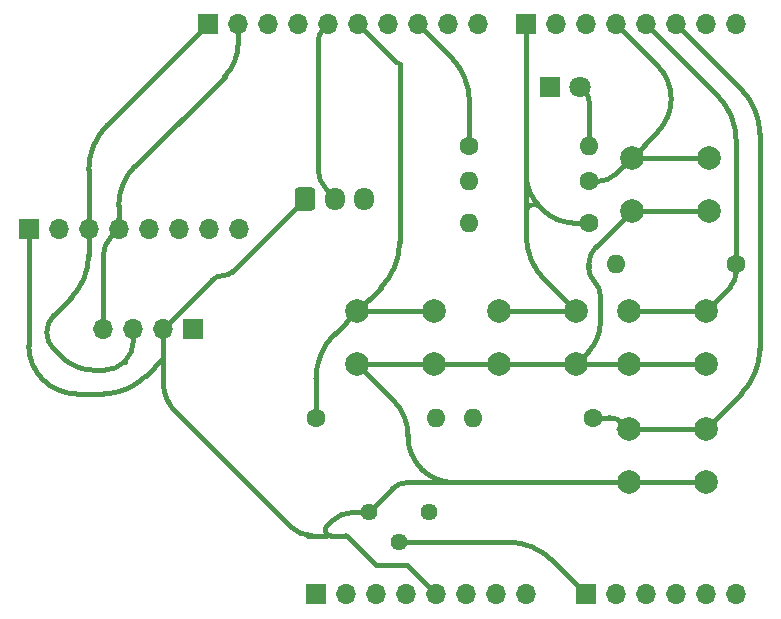
<source format=gbr>
%TF.GenerationSoftware,KiCad,Pcbnew,8.0.8*%
%TF.CreationDate,2025-02-03T19:45:29-07:00*%
%TF.ProjectId,Uno_Shield_ThermoPro,556e6f5f-5368-4696-956c-645f54686572,rev?*%
%TF.SameCoordinates,Original*%
%TF.FileFunction,Copper,L1,Top*%
%TF.FilePolarity,Positive*%
%FSLAX46Y46*%
G04 Gerber Fmt 4.6, Leading zero omitted, Abs format (unit mm)*
G04 Created by KiCad (PCBNEW 8.0.8) date 2025-02-03 19:45:29*
%MOMM*%
%LPD*%
G01*
G04 APERTURE LIST*
G04 Aperture macros list*
%AMRoundRect*
0 Rectangle with rounded corners*
0 $1 Rounding radius*
0 $2 $3 $4 $5 $6 $7 $8 $9 X,Y pos of 4 corners*
0 Add a 4 corners polygon primitive as box body*
4,1,4,$2,$3,$4,$5,$6,$7,$8,$9,$2,$3,0*
0 Add four circle primitives for the rounded corners*
1,1,$1+$1,$2,$3*
1,1,$1+$1,$4,$5*
1,1,$1+$1,$6,$7*
1,1,$1+$1,$8,$9*
0 Add four rect primitives between the rounded corners*
20,1,$1+$1,$2,$3,$4,$5,0*
20,1,$1+$1,$4,$5,$6,$7,0*
20,1,$1+$1,$6,$7,$8,$9,0*
20,1,$1+$1,$8,$9,$2,$3,0*%
G04 Aperture macros list end*
%TA.AperFunction,ComponentPad*%
%ADD10R,1.700000X1.700000*%
%TD*%
%TA.AperFunction,ComponentPad*%
%ADD11O,1.700000X1.700000*%
%TD*%
%TA.AperFunction,ComponentPad*%
%ADD12C,2.000000*%
%TD*%
%TA.AperFunction,ComponentPad*%
%ADD13C,1.440000*%
%TD*%
%TA.AperFunction,ComponentPad*%
%ADD14RoundRect,0.250000X-0.600000X-0.725000X0.600000X-0.725000X0.600000X0.725000X-0.600000X0.725000X0*%
%TD*%
%TA.AperFunction,ComponentPad*%
%ADD15O,1.700000X1.950000*%
%TD*%
%TA.AperFunction,ComponentPad*%
%ADD16R,1.800000X1.800000*%
%TD*%
%TA.AperFunction,ComponentPad*%
%ADD17C,1.800000*%
%TD*%
%TA.AperFunction,ComponentPad*%
%ADD18C,1.600000*%
%TD*%
%TA.AperFunction,ComponentPad*%
%ADD19O,1.600000X1.600000*%
%TD*%
%TA.AperFunction,Conductor*%
%ADD20C,0.400000*%
%TD*%
%TA.AperFunction,Conductor*%
%ADD21C,0.250000*%
%TD*%
G04 APERTURE END LIST*
D10*
%TO.P,J1,1,Pin_1*%
%TO.N,unconnected-(J1-Pin_1-Pad1)*%
X127940000Y-97460000D03*
D11*
%TO.P,J1,2,Pin_2*%
%TO.N,/IOREF*%
X130480000Y-97460000D03*
%TO.P,J1,3,Pin_3*%
%TO.N,/~{RESET}*%
X133020000Y-97460000D03*
%TO.P,J1,4,Pin_4*%
%TO.N,+3V3*%
X135560000Y-97460000D03*
%TO.P,J1,5,Pin_5*%
%TO.N,+5V*%
X138100000Y-97460000D03*
%TO.P,J1,6,Pin_6*%
%TO.N,GND*%
X140640000Y-97460000D03*
%TO.P,J1,7,Pin_7*%
X143180000Y-97460000D03*
%TO.P,J1,8,Pin_8*%
%TO.N,VCC*%
X145720000Y-97460000D03*
%TD*%
D10*
%TO.P,J3,1,Pin_1*%
%TO.N,/TEMP_SENSOR*%
X150800000Y-97460000D03*
D11*
%TO.P,J3,2,Pin_2*%
%TO.N,/A1*%
X153340000Y-97460000D03*
%TO.P,J3,3,Pin_3*%
%TO.N,/A2*%
X155880000Y-97460000D03*
%TO.P,J3,4,Pin_4*%
%TO.N,/A3*%
X158420000Y-97460000D03*
%TO.P,J3,5,Pin_5*%
%TO.N,/SDA{slash}A4*%
X160960000Y-97460000D03*
%TO.P,J3,6,Pin_6*%
%TO.N,/SCL{slash}A5*%
X163500000Y-97460000D03*
%TD*%
D10*
%TO.P,J2,1,Pin_1*%
%TO.N,/I2C_SCL*%
X118796000Y-49200000D03*
D11*
%TO.P,J2,2,Pin_2*%
%TO.N,/I2C_SDA*%
X121336000Y-49200000D03*
%TO.P,J2,3,Pin_3*%
%TO.N,/AREF*%
X123876000Y-49200000D03*
%TO.P,J2,4,Pin_4*%
%TO.N,GND*%
X126416000Y-49200000D03*
%TO.P,J2,5,Pin_5*%
%TO.N,/TEMP_DIGITAL*%
X128956000Y-49200000D03*
%TO.P,J2,6,Pin_6*%
%TO.N,/BUTTON_LOCK*%
X131496000Y-49200000D03*
%TO.P,J2,7,Pin_7*%
%TO.N,/\u002A11*%
X134036000Y-49200000D03*
%TO.P,J2,8,Pin_8*%
%TO.N,/LED_LIGHT*%
X136576000Y-49200000D03*
%TO.P,J2,9,Pin_9*%
%TO.N,/\u002A9*%
X139116000Y-49200000D03*
%TO.P,J2,10,Pin_10*%
%TO.N,/8*%
X141656000Y-49200000D03*
%TD*%
D10*
%TO.P,J4,1,Pin_1*%
%TO.N,/BUTTON_CAL*%
X145720000Y-49200000D03*
D11*
%TO.P,J4,2,Pin_2*%
%TO.N,/\u002A6*%
X148260000Y-49200000D03*
%TO.P,J4,3,Pin_3*%
%TO.N,/\u002A5*%
X150800000Y-49200000D03*
%TO.P,J4,4,Pin_4*%
%TO.N,/BUTTON_ON{slash}OFF*%
X153340000Y-49200000D03*
%TO.P,J4,5,Pin_5*%
%TO.N,/BUTTON_LIGHT*%
X155880000Y-49200000D03*
%TO.P,J4,6,Pin_6*%
%TO.N,/BUTTON_UNIT*%
X158420000Y-49200000D03*
%TO.P,J4,7,Pin_7*%
%TO.N,/TX{slash}1*%
X160960000Y-49200000D03*
%TO.P,J4,8,Pin_8*%
%TO.N,/RX{slash}0*%
X163500000Y-49200000D03*
%TD*%
D12*
%TO.P,SW2,1,A*%
%TO.N,/BUTTON_LIGHT*%
X154420000Y-73500000D03*
X160920000Y-73500000D03*
%TO.P,SW2,2,B*%
%TO.N,+5V*%
X154420000Y-78000000D03*
X160920000Y-78000000D03*
%TD*%
%TO.P,SW4,1,A*%
%TO.N,/BUTTON_CAL*%
X143420000Y-73500000D03*
X149920000Y-73500000D03*
%TO.P,SW4,2,B*%
%TO.N,+5V*%
X143420000Y-78000000D03*
X149920000Y-78000000D03*
%TD*%
D13*
%TO.P,RV1,1,1*%
%TO.N,+5V*%
X132420000Y-90500000D03*
%TO.P,RV1,2,2*%
%TO.N,/TEMP_SENSOR*%
X134960000Y-93040000D03*
%TO.P,RV1,3,3*%
%TO.N,GND*%
X137500000Y-90500000D03*
%TD*%
D12*
%TO.P,SW5,1,A*%
%TO.N,/BUTTON_LOCK*%
X131420000Y-73500000D03*
X137920000Y-73500000D03*
%TO.P,SW5,2,B*%
%TO.N,+5V*%
X131420000Y-78000000D03*
X137920000Y-78000000D03*
%TD*%
D14*
%TO.P,J7,1,Pin_1*%
%TO.N,+5V*%
X127000000Y-64000000D03*
D15*
%TO.P,J7,2,Pin_2*%
%TO.N,/TEMP_DIGITAL*%
X129500000Y-64000000D03*
%TO.P,J7,3,Pin_3*%
%TO.N,GND*%
X132000000Y-64000000D03*
%TD*%
D16*
%TO.P,D1,1,K*%
%TO.N,GND*%
X147725000Y-54500000D03*
D17*
%TO.P,D1,2,A*%
%TO.N,Net-(D1-A)*%
X150265000Y-54500000D03*
%TD*%
D18*
%TO.P,R1,1*%
%TO.N,/LED_LIGHT*%
X140920000Y-59500000D03*
D19*
%TO.P,R1,2*%
%TO.N,Net-(D1-A)*%
X151080000Y-59500000D03*
%TD*%
D10*
%TO.P,J6,1,Pin_1*%
%TO.N,GND*%
X117540000Y-75000000D03*
D11*
%TO.P,J6,2,Pin_2*%
%TO.N,+5V*%
X115000000Y-75000000D03*
%TO.P,J6,3,Pin_3*%
%TO.N,/I2C_SCL*%
X112460000Y-75000000D03*
%TO.P,J6,4,Pin_4*%
%TO.N,/I2C_SDA*%
X109920000Y-75000000D03*
%TD*%
D18*
%TO.P,R4,1*%
%TO.N,/BUTTON_UNIT*%
X151420000Y-82500000D03*
D19*
%TO.P,R4,2*%
%TO.N,GND*%
X141260000Y-82500000D03*
%TD*%
D18*
%TO.P,R3,1*%
%TO.N,/BUTTON_LIGHT*%
X163500000Y-69500000D03*
D19*
%TO.P,R3,2*%
%TO.N,GND*%
X153340000Y-69500000D03*
%TD*%
D18*
%TO.P,R2,1*%
%TO.N,/BUTTON_ON{slash}OFF*%
X151000000Y-62500000D03*
D19*
%TO.P,R2,2*%
%TO.N,GND*%
X140840000Y-62500000D03*
%TD*%
D18*
%TO.P,R6,1*%
%TO.N,/BUTTON_LOCK*%
X127920000Y-82500000D03*
D19*
%TO.P,R6,2*%
%TO.N,GND*%
X138080000Y-82500000D03*
%TD*%
D12*
%TO.P,SW1,1,A*%
%TO.N,/BUTTON_ON{slash}OFF*%
X154670000Y-60500000D03*
X161170000Y-60500000D03*
%TO.P,SW1,2,B*%
%TO.N,+5V*%
X154670000Y-65000000D03*
X161170000Y-65000000D03*
%TD*%
D18*
%TO.P,R5,1*%
%TO.N,/BUTTON_CAL*%
X151080000Y-66000000D03*
D19*
%TO.P,R5,2*%
%TO.N,GND*%
X140920000Y-66000000D03*
%TD*%
D12*
%TO.P,SW3,1,A*%
%TO.N,/BUTTON_UNIT*%
X154420000Y-83500000D03*
X160920000Y-83500000D03*
%TO.P,SW3,2,B*%
%TO.N,+5V*%
X154420000Y-88000000D03*
X160920000Y-88000000D03*
%TD*%
D10*
%TO.P,J5,1,Pin_1*%
%TO.N,+5V*%
X103595000Y-66570238D03*
D11*
%TO.P,J5,2,Pin_2*%
%TO.N,GND*%
X106135000Y-66570238D03*
%TO.P,J5,3,Pin_3*%
%TO.N,/I2C_SCL*%
X108675000Y-66570238D03*
%TO.P,J5,4,Pin_4*%
%TO.N,/I2C_SDA*%
X111215000Y-66570238D03*
%TO.P,J5,5,Pin_5*%
%TO.N,unconnected-(J5-Pin_5-Pad5)*%
X113755000Y-66570238D03*
%TO.P,J5,6,Pin_6*%
%TO.N,unconnected-(J5-Pin_6-Pad6)*%
X116295000Y-66570238D03*
%TO.P,J5,7,Pin_7*%
%TO.N,unconnected-(J5-Pin_7-Pad7)*%
X118835000Y-66570238D03*
%TO.P,J5,8,Pin_8*%
%TO.N,unconnected-(J5-Pin_8-Pad8)*%
X121375000Y-66570238D03*
%TD*%
D20*
%TO.N,+5V*%
X135640000Y-95000000D02*
X134756114Y-95000000D01*
X138100000Y-97460000D02*
X135640000Y-95000000D01*
D21*
X138100000Y-97100000D02*
X138000000Y-97000000D01*
X138100000Y-97460000D02*
X138100000Y-97100000D01*
D20*
X133000000Y-95000000D02*
X130546416Y-92546416D01*
X130546416Y-92546416D02*
X130481419Y-92546416D01*
X134756114Y-95000000D02*
X133000000Y-95000000D01*
%TO.N,/TEMP_SENSOR*%
X144126033Y-93040003D02*
G75*
G02*
X147973783Y-94633803I-33J-5441597D01*
G01*
%TO.N,/BUTTON_LOCK*%
X134723884Y-52427863D02*
G75*
G03*
X134898003Y-52499970I174116J174163D01*
G01*
X129513774Y-75406206D02*
G75*
G03*
X127919987Y-79253951I3847626J-3847694D01*
G01*
X134999986Y-67666028D02*
G75*
G02*
X133406185Y-71513780I-5441586J28D01*
G01*
X134898003Y-52499992D02*
G75*
G02*
X135000008Y-52601996I-3J-102008D01*
G01*
X131534000Y-49237997D02*
G75*
G03*
X131457999Y-49237997I-38000J-38003D01*
G01*
%TO.N,/BUTTON_CAL*%
X147208835Y-64988841D02*
G75*
G03*
X149649998Y-66000012I2441165J2441141D01*
G01*
X146865442Y-64645447D02*
G75*
G03*
X145720030Y-65119906I-474442J-474453D01*
G01*
X145719995Y-61880085D02*
G75*
G03*
X146865438Y-64645451I3910805J-15D01*
G01*
X149710001Y-73499980D02*
G75*
G03*
X149771504Y-73351496I-1J86980D01*
G01*
X149919996Y-73289990D02*
G75*
G02*
X149710001Y-73499996I-209996J-10D01*
G01*
X149771506Y-73351494D02*
G75*
G03*
X149919966Y-73289990I61494J61494D01*
G01*
X145720007Y-67046027D02*
G75*
G03*
X147313809Y-70893784I5441593J27D01*
G01*
X145720000Y-65119906D02*
X145719995Y-61880085D01*
%TO.N,/BUTTON_UNIT*%
X153920000Y-82999997D02*
G75*
G03*
X152712892Y-82500001I-1207100J-1207103D01*
G01*
X165499985Y-76666028D02*
G75*
G02*
X163906184Y-80513779I-5441585J28D01*
G01*
X163906202Y-54686208D02*
G75*
G02*
X165500007Y-58533965I-3847802J-3847792D01*
G01*
D21*
X154169999Y-83499997D02*
G75*
G03*
X154243274Y-83323166I1J103597D01*
G01*
D20*
X154420000Y-83749998D02*
G75*
G03*
X154169999Y-83500000I-250000J-2D01*
G01*
X154670003Y-83499996D02*
G75*
G03*
X154419996Y-83749998I-3J-250004D01*
G01*
X154243222Y-83323218D02*
G75*
G03*
X154670003Y-83499984I426778J426818D01*
G01*
%TO.N,/BUTTON_LIGHT*%
X154420000Y-73460000D02*
G75*
G03*
X154460000Y-73500000I40000J0D01*
G01*
X161906202Y-55226208D02*
G75*
G02*
X163500007Y-59073965I-3847802J-3847792D01*
G01*
X163500000Y-70209999D02*
G75*
G02*
X162997957Y-71422047I-1714100J-1D01*
G01*
X163499999Y-68790000D02*
X163500000Y-70209999D01*
%TO.N,/BUTTON_ON{slash}OFF*%
X158000003Y-55514998D02*
G75*
G02*
X156829735Y-58340259I-3995503J-2D01*
G01*
X156829742Y-52689735D02*
G75*
G02*
X158000012Y-55514998I-2825242J-2825265D01*
G01*
X153260382Y-61909608D02*
G75*
G02*
X151835066Y-62500013I-1425382J1425408D01*
G01*
X151176845Y-62500050D02*
G75*
G03*
X151125003Y-62625095I-45J-73250D01*
G01*
%TO.N,/LED_LIGHT*%
X136414639Y-49361384D02*
G75*
G03*
X136321572Y-49586119I224761J-224716D01*
G01*
X136703233Y-49327233D02*
X136703233Y-49327233D01*
X136703222Y-49327255D02*
G75*
G03*
X136448777Y-49327256I-127222J-127245D01*
G01*
X139326197Y-51950214D02*
G75*
G02*
X140920028Y-55797964I-3847697J-3847786D01*
G01*
%TO.N,/TEMP_DIGITAL*%
X128531000Y-49625000D02*
G75*
G03*
X128106017Y-50651040I1026000J-1026000D01*
G01*
X128105998Y-61495294D02*
G75*
G03*
X128802995Y-63178002I2379702J-6D01*
G01*
X129455802Y-63830807D02*
G75*
G02*
X129499993Y-63937500I-106702J-106693D01*
G01*
%TO.N,Net-(D1-A)*%
X150672499Y-54907500D02*
G75*
G02*
X151080003Y-55891291I-983799J-983800D01*
G01*
%TO.N,/I2C_SDA*%
X121335996Y-50836115D02*
G75*
G02*
X120179092Y-53629145I-3949996J15D01*
G01*
X112621097Y-61187157D02*
G75*
G03*
X111214978Y-64581739I3394603J-3394643D01*
G01*
X111215004Y-65654537D02*
G75*
G02*
X110567487Y-67217721I-2210704J37D01*
G01*
X110567506Y-67217740D02*
G75*
G03*
X109920034Y-68780943I1563194J-1563160D01*
G01*
%TO.N,/I2C_SCL*%
X108675000Y-68729706D02*
G75*
G02*
X107148018Y-72416143I-5213400J6D01*
G01*
X111729999Y-77769999D02*
G75*
G02*
X109967622Y-78500009I-1762399J1762399D01*
G01*
X105716966Y-73847208D02*
G75*
G03*
X105122627Y-75282090I1434934J-1434892D01*
G01*
X112460000Y-76019999D02*
G75*
G02*
X111738752Y-77761248I-2462500J-1D01*
G01*
X106311295Y-77311323D02*
G75*
G03*
X109181061Y-78499988I2869705J2869723D01*
G01*
X105122610Y-75282090D02*
G75*
G03*
X105716956Y-76716964I2029190J-10D01*
G01*
X110268769Y-57727200D02*
G75*
G03*
X108675009Y-61574952I3847731J-3847700D01*
G01*
%TO.N,+5V*%
X115000011Y-79499996D02*
G75*
G03*
X116060672Y-82060649I3621289J-4D01*
G01*
X115000000Y-77499993D02*
X115000001Y-77499993D01*
X115000001Y-77499993D01*
X115000002Y-77499993D01*
X115000002Y-77499993D01*
X115000003Y-77499994D01*
X115000004Y-77499994D01*
X115000004Y-77499994D01*
X115000004Y-77499995D01*
X115000005Y-77499995D01*
X115000005Y-77499996D01*
X115000006Y-77499996D01*
X115000006Y-77499997D01*
X115000006Y-77499997D01*
X115000007Y-77499998D01*
X115000007Y-77499998D01*
X115000007Y-77499999D01*
X115000007Y-77499999D01*
X115000007Y-77500000D01*
X115000007Y-77500001D01*
X115000007Y-77500001D01*
X115000007Y-77500002D01*
X115000007Y-77500002D01*
X115000006Y-77500003D01*
X115000006Y-77500004D01*
X115000006Y-77500004D01*
X115000005Y-77500004D01*
X115000005Y-77500005D01*
X115000004Y-77500005D01*
X115000004Y-77500006D01*
X151499998Y-71000000D02*
G75*
G02*
X151999996Y-72207106I-1207098J-1207100D01*
G01*
X131210000Y-90500000D02*
G75*
G03*
X129144422Y-91355619I0J-2921100D01*
G01*
X128868639Y-91631387D02*
G75*
G03*
X129228374Y-92510860I364261J-364313D01*
G01*
X141500000Y-88000000D02*
X141500000Y-88000000D01*
X135710006Y-84090723D02*
G75*
G03*
X136855012Y-86854989I3909294J23D01*
G01*
X104797500Y-79297500D02*
G75*
G03*
X107700591Y-80500003I2903100J2903100D01*
G01*
X130481419Y-92546416D02*
G75*
G03*
X130421665Y-92521341I-60519J-60484D01*
G01*
D21*
X130462084Y-92487082D02*
G75*
G03*
X130481440Y-92546395I68016J-10618D01*
G01*
D20*
X130421665Y-92521355D02*
G75*
G03*
X130462067Y-92487079I335J40555D01*
G01*
X125704511Y-91704494D02*
G75*
G03*
X127625002Y-92499985I1920489J1920494D01*
G01*
X103595000Y-76394408D02*
G75*
G03*
X104797502Y-79297498I4105600J8D01*
G01*
X150999998Y-69792894D02*
G75*
G03*
X151499996Y-71000002I1707102J-6D01*
G01*
X130459374Y-92524374D02*
G75*
G03*
X130467438Y-92521009I3326J3374D01*
G01*
X134500850Y-81080849D02*
G75*
G02*
X135710002Y-83999997I-2919150J-2919151D01*
G01*
X141460000Y-88000000D02*
X141460000Y-88000000D01*
X141460000Y-88000000D02*
X141460000Y-88000000D01*
X141460000Y-88000000D02*
X141460000Y-88000000D01*
X136911056Y-86911046D02*
G75*
G03*
X139540005Y-87999990I2628944J2628946D01*
G01*
X151647001Y-68022997D02*
G75*
G03*
X150999997Y-69585000I1561999J-1562003D01*
G01*
X113499996Y-78999996D02*
G75*
G02*
X109878667Y-80499986I-3621296J3621296D01*
G01*
X151999994Y-74449215D02*
G75*
G02*
X150959990Y-76959992I-3550794J15D01*
G01*
X120000000Y-70500000D02*
G75*
G03*
X120853552Y-70146446I0J1207100D01*
G01*
X114999996Y-77499997D02*
X115000000Y-77499993D01*
X115000008Y-77500006D02*
X114999996Y-77499997D01*
X115000000Y-77499993D02*
X115000000Y-77499987D01*
X135673064Y-87999985D02*
G75*
G03*
X134387522Y-88532517I36J-1818015D01*
G01*
X120000000Y-70500000D02*
G75*
G03*
X119146448Y-70853555I0J-1207100D01*
G01*
X141500000Y-88000000D02*
X141580000Y-88000000D01*
X141580000Y-88000000D02*
X141500000Y-88000000D01*
X134387496Y-88532491D02*
X133322497Y-89597502D01*
X115000008Y-77750000D02*
X115000008Y-78249999D01*
X152840000Y-78000000D02*
X152420000Y-78000000D01*
X141460000Y-88000000D02*
X141460000Y-88000000D01*
X141460000Y-88000000D02*
X141460000Y-88000000D01*
X139540005Y-87999998D02*
X136459996Y-87999989D01*
X115000000Y-77499987D02*
X115000008Y-77500006D01*
X152000000Y-78000000D02*
X151580000Y-78000000D01*
X152420000Y-78000000D02*
X152000000Y-78000000D01*
X103595000Y-76394408D02*
X103595000Y-66570238D01*
X107700591Y-80500000D02*
X109878667Y-80500000D01*
X113499996Y-78999996D02*
X114999996Y-77499997D01*
X115000000Y-75000000D02*
X115000000Y-77499987D01*
X115000008Y-77500011D02*
X115000008Y-77750000D01*
X115000011Y-79499996D02*
X115000008Y-78249999D01*
%TO.N,/I2C_SCL*%
X106311295Y-77311323D02*
X105716947Y-76716973D01*
%TO.N,+5V*%
X127250000Y-92500000D02*
X128000000Y-92500000D01*
X130467499Y-92521009D02*
X130467500Y-92509519D01*
X130459374Y-92524374D02*
X130451250Y-92516250D01*
%TO.N,/I2C_SCL*%
X107148024Y-72416149D02*
X105716966Y-73847208D01*
X108675000Y-68729706D02*
X108675000Y-66570238D01*
%TO.N,+5V*%
X141500000Y-88000000D02*
X141460000Y-88000000D01*
X141500000Y-88000000D02*
X141460000Y-88000000D01*
X127625002Y-92499994D02*
X128750000Y-92500000D01*
X154420000Y-78000000D02*
X160920000Y-78000000D01*
X137920000Y-78000000D02*
X143420000Y-78000000D01*
X154420000Y-88000000D02*
X160920000Y-88000000D01*
D21*
X130462084Y-92487082D02*
X130467500Y-92452500D01*
D20*
X149920000Y-78000000D02*
X150959996Y-76959998D01*
X154420000Y-88000000D02*
X141580000Y-88000000D01*
X120853553Y-70146447D02*
X127000000Y-64000000D01*
X154420000Y-78000000D02*
X152840000Y-78000000D01*
X131420000Y-78000000D02*
X134500850Y-81080849D01*
X149920000Y-78000000D02*
X143420000Y-78000000D01*
X154670000Y-65000000D02*
X161170000Y-65000000D01*
X133322497Y-89597502D02*
X132420000Y-90500000D01*
X131420000Y-78000000D02*
X137920000Y-78000000D01*
X154670000Y-65000000D02*
X151647001Y-68022997D01*
X129228374Y-92510815D02*
X130421665Y-92521355D01*
X150999998Y-69792894D02*
X150999998Y-69585000D01*
X151999997Y-72207106D02*
X151999994Y-74449215D01*
X141460000Y-88000000D02*
X139540005Y-87999998D01*
X115000000Y-75000000D02*
X119146446Y-70853553D01*
X131210000Y-90500000D02*
X132420000Y-90500000D01*
X135710006Y-84090723D02*
X135710006Y-83999997D01*
X149920000Y-78000000D02*
X151580000Y-78000000D01*
X116060672Y-82060649D02*
X125704511Y-91704494D01*
X129144411Y-91355608D02*
X128868639Y-91631387D01*
X136459996Y-87999989D02*
X135673064Y-87999985D01*
X136855006Y-86854995D02*
X136911056Y-86911046D01*
X141460000Y-88000000D02*
X141420000Y-88000000D01*
%TO.N,/I2C_SCL*%
X108675000Y-66570238D02*
X108674982Y-61574952D01*
X111729999Y-77769999D02*
X111738751Y-77761247D01*
X110268769Y-57727200D02*
X118796000Y-49200000D01*
X112460000Y-76019999D02*
X112460000Y-75000000D01*
X109967622Y-78500006D02*
X109181061Y-78500011D01*
%TO.N,/I2C_SDA*%
X121335996Y-50836115D02*
X121336000Y-49200000D01*
X109920010Y-68780943D02*
X109920000Y-75000000D01*
X111215009Y-64581739D02*
X111215004Y-65654537D01*
X120179087Y-53629140D02*
X112621097Y-61187157D01*
%TO.N,unconnected-(J5-Pin_8-Pad8)*%
X121250000Y-66750000D02*
X121375000Y-66625000D01*
%TO.N,Net-(D1-A)*%
X151079999Y-55891291D02*
X151080000Y-59500000D01*
X150672499Y-54907500D02*
X150265000Y-54500000D01*
%TO.N,/TEMP_DIGITAL*%
X128106000Y-50651040D02*
X128105998Y-61495294D01*
X129499998Y-63937500D02*
X129500000Y-64000000D01*
X128531000Y-49625000D02*
X128956000Y-49200000D01*
X128802996Y-63178001D02*
X129455802Y-63830807D01*
%TO.N,/LED_LIGHT*%
X136414639Y-49361384D02*
X136448774Y-49327252D01*
X136703222Y-49327255D02*
X139326197Y-51950214D01*
D21*
X136703233Y-49327233D02*
X137080000Y-49704000D01*
D20*
X140919996Y-55797964D02*
X140920000Y-59500000D01*
X136321541Y-49586119D02*
X136321534Y-49717767D01*
%TO.N,/BUTTON_ON{slash}OFF*%
X156829742Y-52689735D02*
X153340000Y-49200000D01*
X156829737Y-58340261D02*
X154670000Y-60500000D01*
D21*
X151125069Y-62625029D02*
X151250000Y-62750000D01*
D20*
X154670000Y-60500000D02*
X153260382Y-61909608D01*
X151835066Y-62500023D02*
X151176845Y-62500050D01*
X154670000Y-60500000D02*
X161170000Y-60500000D01*
%TO.N,/BUTTON_LIGHT*%
X160920000Y-73500000D02*
X162997954Y-71422044D01*
X154460000Y-73500000D02*
X160920000Y-73500000D01*
X154420000Y-73460000D02*
X154420000Y-73420000D01*
X163499999Y-68790000D02*
X163499995Y-59073965D01*
X161906202Y-55226208D02*
X155880000Y-49200000D01*
%TO.N,/BUTTON_UNIT*%
X165499985Y-76666028D02*
X165499994Y-58533965D01*
X152712892Y-82500000D02*
X151420000Y-82500000D01*
X160920000Y-83500000D02*
X154670003Y-83499996D01*
X154420000Y-83749998D02*
X154420000Y-84000000D01*
D21*
X154169999Y-83499997D02*
X153420000Y-83500000D01*
D20*
X163906195Y-80513790D02*
X160920000Y-83500000D01*
X153920000Y-82999997D02*
X154243222Y-83323218D01*
X163906202Y-54686208D02*
X158420000Y-49200000D01*
%TO.N,/BUTTON_CAL*%
X145720000Y-65119906D02*
X145720007Y-67046027D01*
X149771506Y-73351494D02*
X147313806Y-70893787D01*
X149919996Y-73289990D02*
X149920000Y-73080000D01*
X145719995Y-61880085D02*
X145720000Y-49200000D01*
X147208835Y-64988841D02*
X146865442Y-64645447D01*
X149649998Y-66000003D02*
X151080000Y-66000000D01*
X149710001Y-73499980D02*
X143420000Y-73500000D01*
%TO.N,/BUTTON_LOCK*%
X131420000Y-73500000D02*
X137920000Y-73500000D01*
X131458000Y-49237998D02*
X131420000Y-49276000D01*
X134723884Y-52427863D02*
X131534000Y-49237997D01*
X127919985Y-79253951D02*
X127920000Y-82500000D01*
X131420000Y-73500000D02*
X133406196Y-71513791D01*
X131420000Y-73500000D02*
X129513774Y-75406206D01*
X134999986Y-67666028D02*
X134999998Y-52601996D01*
%TO.N,/TEMP_SENSOR*%
X144126033Y-93040003D02*
X134960000Y-93040000D01*
X147973791Y-94633795D02*
X150800000Y-97460000D01*
%TD*%
M02*

</source>
